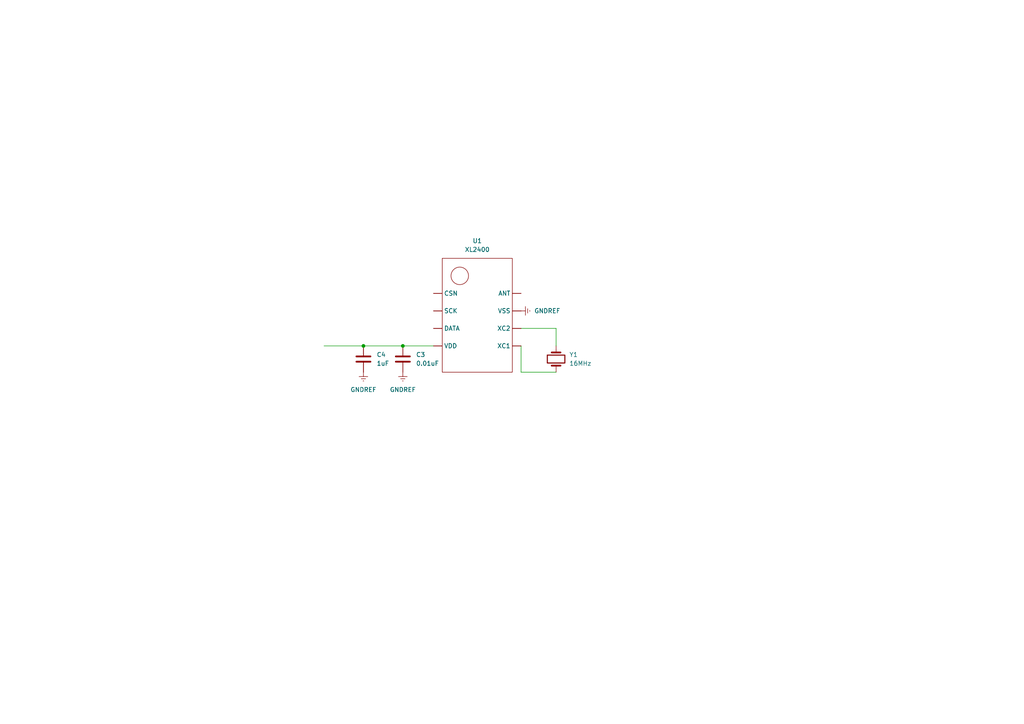
<source format=kicad_sch>
(kicad_sch (version 20211123) (generator eeschema)

  (uuid 39fc9e0e-3719-4fb8-91ee-e9d6d9eb19be)

  (paper "A4")

  (lib_symbols
    (symbol "Device:C" (pin_numbers hide) (pin_names (offset 0.254)) (in_bom yes) (on_board yes)
      (property "Reference" "C" (id 0) (at 0.635 2.54 0)
        (effects (font (size 1.27 1.27)) (justify left))
      )
      (property "Value" "C" (id 1) (at 0.635 -2.54 0)
        (effects (font (size 1.27 1.27)) (justify left))
      )
      (property "Footprint" "" (id 2) (at 0.9652 -3.81 0)
        (effects (font (size 1.27 1.27)) hide)
      )
      (property "Datasheet" "~" (id 3) (at 0 0 0)
        (effects (font (size 1.27 1.27)) hide)
      )
      (property "ki_keywords" "cap capacitor" (id 4) (at 0 0 0)
        (effects (font (size 1.27 1.27)) hide)
      )
      (property "ki_description" "Unpolarized capacitor" (id 5) (at 0 0 0)
        (effects (font (size 1.27 1.27)) hide)
      )
      (property "ki_fp_filters" "C_*" (id 6) (at 0 0 0)
        (effects (font (size 1.27 1.27)) hide)
      )
      (symbol "C_0_1"
        (polyline
          (pts
            (xy -2.032 -0.762)
            (xy 2.032 -0.762)
          )
          (stroke (width 0.508) (type default) (color 0 0 0 0))
          (fill (type none))
        )
        (polyline
          (pts
            (xy -2.032 0.762)
            (xy 2.032 0.762)
          )
          (stroke (width 0.508) (type default) (color 0 0 0 0))
          (fill (type none))
        )
      )
      (symbol "C_1_1"
        (pin passive line (at 0 3.81 270) (length 2.794)
          (name "~" (effects (font (size 1.27 1.27))))
          (number "1" (effects (font (size 1.27 1.27))))
        )
        (pin passive line (at 0 -3.81 90) (length 2.794)
          (name "~" (effects (font (size 1.27 1.27))))
          (number "2" (effects (font (size 1.27 1.27))))
        )
      )
    )
    (symbol "Device:Crystal" (pin_numbers hide) (pin_names (offset 1.016) hide) (in_bom yes) (on_board yes)
      (property "Reference" "Y" (id 0) (at 0 3.81 0)
        (effects (font (size 1.27 1.27)))
      )
      (property "Value" "Crystal" (id 1) (at 0 -3.81 0)
        (effects (font (size 1.27 1.27)))
      )
      (property "Footprint" "" (id 2) (at 0 0 0)
        (effects (font (size 1.27 1.27)) hide)
      )
      (property "Datasheet" "~" (id 3) (at 0 0 0)
        (effects (font (size 1.27 1.27)) hide)
      )
      (property "ki_keywords" "quartz ceramic resonator oscillator" (id 4) (at 0 0 0)
        (effects (font (size 1.27 1.27)) hide)
      )
      (property "ki_description" "Two pin crystal" (id 5) (at 0 0 0)
        (effects (font (size 1.27 1.27)) hide)
      )
      (property "ki_fp_filters" "Crystal*" (id 6) (at 0 0 0)
        (effects (font (size 1.27 1.27)) hide)
      )
      (symbol "Crystal_0_1"
        (rectangle (start -1.143 2.54) (end 1.143 -2.54)
          (stroke (width 0.3048) (type default) (color 0 0 0 0))
          (fill (type none))
        )
        (polyline
          (pts
            (xy -2.54 0)
            (xy -1.905 0)
          )
          (stroke (width 0) (type default) (color 0 0 0 0))
          (fill (type none))
        )
        (polyline
          (pts
            (xy -1.905 -1.27)
            (xy -1.905 1.27)
          )
          (stroke (width 0.508) (type default) (color 0 0 0 0))
          (fill (type none))
        )
        (polyline
          (pts
            (xy 1.905 -1.27)
            (xy 1.905 1.27)
          )
          (stroke (width 0.508) (type default) (color 0 0 0 0))
          (fill (type none))
        )
        (polyline
          (pts
            (xy 2.54 0)
            (xy 1.905 0)
          )
          (stroke (width 0) (type default) (color 0 0 0 0))
          (fill (type none))
        )
      )
      (symbol "Crystal_1_1"
        (pin passive line (at -3.81 0 0) (length 1.27)
          (name "1" (effects (font (size 1.27 1.27))))
          (number "1" (effects (font (size 1.27 1.27))))
        )
        (pin passive line (at 3.81 0 180) (length 1.27)
          (name "2" (effects (font (size 1.27 1.27))))
          (number "2" (effects (font (size 1.27 1.27))))
        )
      )
    )
    (symbol "exert:XL2400" (in_bom yes) (on_board yes)
      (property "Reference" "U" (id 0) (at 0 -17.78 0)
        (effects (font (size 1.27 1.27)))
      )
      (property "Value" "XL2400" (id 1) (at 0 -20.32 0)
        (effects (font (size 1.27 1.27)))
      )
      (property "Footprint" "" (id 2) (at 0 0 0)
        (effects (font (size 1.27 1.27)) hide)
      )
      (property "Datasheet" "" (id 3) (at 0 0 0)
        (effects (font (size 1.27 1.27)) hide)
      )
      (symbol "XL2400_0_1"
        (rectangle (start -10.16 17.78) (end 10.16 -15.24)
          (stroke (width 0) (type default) (color 0 0 0 0))
          (fill (type none))
        )
        (circle (center -5.08 12.7) (radius 2.54)
          (stroke (width 0) (type default) (color 0 0 0 0))
          (fill (type none))
        )
      )
      (symbol "XL2400_1_1"
        (pin input line (at 12.7 7.62 180) (length 2.54)
          (name "ANT" (effects (font (size 1.27 1.27))))
          (number "" (effects (font (size 1.27 1.27))))
        )
        (pin input line (at -12.7 7.62 0) (length 2.54)
          (name "CSN" (effects (font (size 1.27 1.27))))
          (number "" (effects (font (size 1.27 1.27))))
        )
        (pin input line (at -12.7 -2.54 0) (length 2.54)
          (name "DATA" (effects (font (size 1.27 1.27))))
          (number "" (effects (font (size 1.27 1.27))))
        )
        (pin input line (at -12.7 2.54 0) (length 2.54)
          (name "SCK" (effects (font (size 1.27 1.27))))
          (number "" (effects (font (size 1.27 1.27))))
        )
        (pin input line (at -12.7 -7.62 0) (length 2.54)
          (name "VDD" (effects (font (size 1.27 1.27))))
          (number "" (effects (font (size 1.27 1.27))))
        )
        (pin input line (at 12.7 2.54 180) (length 2.54)
          (name "VSS" (effects (font (size 1.27 1.27))))
          (number "" (effects (font (size 1.27 1.27))))
        )
        (pin input line (at 12.7 -7.62 180) (length 2.54)
          (name "XC1" (effects (font (size 1.27 1.27))))
          (number "" (effects (font (size 1.27 1.27))))
        )
        (pin input line (at 12.7 -2.54 180) (length 2.54)
          (name "XC2" (effects (font (size 1.27 1.27))))
          (number "" (effects (font (size 1.27 1.27))))
        )
      )
    )
    (symbol "power:GNDREF" (power) (pin_names (offset 0)) (in_bom yes) (on_board yes)
      (property "Reference" "#PWR" (id 0) (at 0 -6.35 0)
        (effects (font (size 1.27 1.27)) hide)
      )
      (property "Value" "GNDREF" (id 1) (at 0 -3.81 0)
        (effects (font (size 1.27 1.27)))
      )
      (property "Footprint" "" (id 2) (at 0 0 0)
        (effects (font (size 1.27 1.27)) hide)
      )
      (property "Datasheet" "" (id 3) (at 0 0 0)
        (effects (font (size 1.27 1.27)) hide)
      )
      (property "ki_keywords" "global power" (id 4) (at 0 0 0)
        (effects (font (size 1.27 1.27)) hide)
      )
      (property "ki_description" "Power symbol creates a global label with name \"GNDREF\" , reference supply ground" (id 5) (at 0 0 0)
        (effects (font (size 1.27 1.27)) hide)
      )
      (symbol "GNDREF_0_1"
        (polyline
          (pts
            (xy -0.635 -1.905)
            (xy 0.635 -1.905)
          )
          (stroke (width 0) (type default) (color 0 0 0 0))
          (fill (type none))
        )
        (polyline
          (pts
            (xy -0.127 -2.54)
            (xy 0.127 -2.54)
          )
          (stroke (width 0) (type default) (color 0 0 0 0))
          (fill (type none))
        )
        (polyline
          (pts
            (xy 0 -1.27)
            (xy 0 0)
          )
          (stroke (width 0) (type default) (color 0 0 0 0))
          (fill (type none))
        )
        (polyline
          (pts
            (xy 1.27 -1.27)
            (xy -1.27 -1.27)
          )
          (stroke (width 0) (type default) (color 0 0 0 0))
          (fill (type none))
        )
      )
      (symbol "GNDREF_1_1"
        (pin power_in line (at 0 0 270) (length 0) hide
          (name "GNDREF" (effects (font (size 1.27 1.27))))
          (number "1" (effects (font (size 1.27 1.27))))
        )
      )
    )
  )

  (junction (at 105.41 100.33) (diameter 0) (color 0 0 0 0)
    (uuid 534319a2-3b28-4cb2-ae07-d6940ab70a56)
  )
  (junction (at 116.84 100.33) (diameter 0) (color 0 0 0 0)
    (uuid 5c9711e7-ba7f-4796-8b55-f34ab1465f4a)
  )

  (wire (pts (xy 161.29 95.25) (xy 161.29 100.33))
    (stroke (width 0) (type default) (color 0 0 0 0))
    (uuid 33b63381-1aa7-4962-8343-bec51c542961)
  )
  (wire (pts (xy 93.98 100.33) (xy 105.41 100.33))
    (stroke (width 0) (type default) (color 0 0 0 0))
    (uuid 77fe6bed-6809-4bf6-a8e7-26bc21287a01)
  )
  (wire (pts (xy 116.84 100.33) (xy 125.73 100.33))
    (stroke (width 0) (type default) (color 0 0 0 0))
    (uuid cf8c541b-3972-4cf8-8816-36e5e1577a55)
  )
  (wire (pts (xy 151.13 107.95) (xy 161.29 107.95))
    (stroke (width 0) (type default) (color 0 0 0 0))
    (uuid d7c7a33e-dfbc-4e0a-9f9f-4ca97dcc0257)
  )
  (wire (pts (xy 151.13 100.33) (xy 151.13 107.95))
    (stroke (width 0) (type default) (color 0 0 0 0))
    (uuid d9a300b8-bc80-42d7-8815-0ebc0c672667)
  )
  (wire (pts (xy 151.13 95.25) (xy 161.29 95.25))
    (stroke (width 0) (type default) (color 0 0 0 0))
    (uuid f4963cdd-1d4b-4177-b6f3-89d22327a303)
  )
  (wire (pts (xy 105.41 100.33) (xy 116.84 100.33))
    (stroke (width 0) (type default) (color 0 0 0 0))
    (uuid fc478558-dd94-47da-b1d3-b5c54a3ff663)
  )

  (symbol (lib_id "Device:C") (at 105.41 104.14 0) (unit 1)
    (in_bom yes) (on_board yes) (fields_autoplaced)
    (uuid 0aeffb83-58c6-4bec-b2eb-6e4e8d1001de)
    (property "Reference" "C4" (id 0) (at 109.22 102.8699 0)
      (effects (font (size 1.27 1.27)) (justify left))
    )
    (property "Value" "1uF" (id 1) (at 109.22 105.4099 0)
      (effects (font (size 1.27 1.27)) (justify left))
    )
    (property "Footprint" "" (id 2) (at 106.3752 107.95 0)
      (effects (font (size 1.27 1.27)) hide)
    )
    (property "Datasheet" "~" (id 3) (at 105.41 104.14 0)
      (effects (font (size 1.27 1.27)) hide)
    )
    (pin "1" (uuid b8ae335d-ab7c-4b16-868f-f747db3ffa80))
    (pin "2" (uuid 5e180e4b-592c-47ec-b212-e28f2c5de416))
  )

  (symbol (lib_id "exert:XL2400") (at 138.43 92.71 0) (unit 1)
    (in_bom yes) (on_board yes) (fields_autoplaced)
    (uuid 3a6fe39c-f7e5-4638-9914-4a68abfc0213)
    (property "Reference" "U1" (id 0) (at 138.43 69.85 0))
    (property "Value" "XL2400" (id 1) (at 138.43 72.39 0))
    (property "Footprint" "" (id 2) (at 138.43 92.71 0)
      (effects (font (size 1.27 1.27)) hide)
    )
    (property "Datasheet" "" (id 3) (at 138.43 92.71 0)
      (effects (font (size 1.27 1.27)) hide)
    )
    (pin "" (uuid daddb6a1-cc66-4bfe-8377-8352cb518940))
    (pin "" (uuid 72817d3e-db58-44eb-aabf-6644fdc94295))
    (pin "" (uuid b34ed6fb-7308-4b45-913d-ffa9cf655d5f))
    (pin "" (uuid f5fee70c-728a-48e4-8150-84abfe0dafbd))
    (pin "" (uuid 2c8ca25e-fe3d-49e6-8acd-6af9490af3fb))
    (pin "" (uuid 6745349b-c652-4cfc-9bb8-e302bb982ea7))
    (pin "" (uuid eaa8f8a9-1d20-49a8-abee-be89c9dc0261))
    (pin "" (uuid 6e6f07cf-36a6-43e4-8474-4dd7a7722a8b))
  )

  (symbol (lib_id "Device:C") (at 116.84 104.14 0) (unit 1)
    (in_bom yes) (on_board yes) (fields_autoplaced)
    (uuid 73e76a2d-b0bd-41f5-ac82-3a6b119c9f0c)
    (property "Reference" "C3" (id 0) (at 120.65 102.8699 0)
      (effects (font (size 1.27 1.27)) (justify left))
    )
    (property "Value" "0.01uF" (id 1) (at 120.65 105.4099 0)
      (effects (font (size 1.27 1.27)) (justify left))
    )
    (property "Footprint" "" (id 2) (at 117.8052 107.95 0)
      (effects (font (size 1.27 1.27)) hide)
    )
    (property "Datasheet" "~" (id 3) (at 116.84 104.14 0)
      (effects (font (size 1.27 1.27)) hide)
    )
    (pin "1" (uuid 96eed3f6-e77e-4a7a-959a-d617b9d39470))
    (pin "2" (uuid d7b75901-eeb8-43e6-a305-4aaf1f48e44e))
  )

  (symbol (lib_id "power:GNDREF") (at 105.41 107.95 0) (unit 1)
    (in_bom yes) (on_board yes) (fields_autoplaced)
    (uuid 8d9c268d-7f86-494f-ae01-7645d6245c8f)
    (property "Reference" "#PWR0101" (id 0) (at 105.41 114.3 0)
      (effects (font (size 1.27 1.27)) hide)
    )
    (property "Value" "GNDREF" (id 1) (at 105.41 113.03 0))
    (property "Footprint" "" (id 2) (at 105.41 107.95 0)
      (effects (font (size 1.27 1.27)) hide)
    )
    (property "Datasheet" "" (id 3) (at 105.41 107.95 0)
      (effects (font (size 1.27 1.27)) hide)
    )
    (pin "1" (uuid f4f67759-bb45-400b-972f-ce746cf6c116))
  )

  (symbol (lib_id "Device:Crystal") (at 161.29 104.14 270) (unit 1)
    (in_bom yes) (on_board yes) (fields_autoplaced)
    (uuid ae02e264-f593-4604-82d8-8b64a691f42b)
    (property "Reference" "Y1" (id 0) (at 165.1 102.8699 90)
      (effects (font (size 1.27 1.27)) (justify left))
    )
    (property "Value" "16MHz" (id 1) (at 165.1 105.4099 90)
      (effects (font (size 1.27 1.27)) (justify left))
    )
    (property "Footprint" "" (id 2) (at 161.29 104.14 0)
      (effects (font (size 1.27 1.27)) hide)
    )
    (property "Datasheet" "~" (id 3) (at 161.29 104.14 0)
      (effects (font (size 1.27 1.27)) hide)
    )
    (pin "1" (uuid fd30c8b7-2c7b-480e-b18a-ffcdabfd806b))
    (pin "2" (uuid 67f03b1b-d127-43b2-8370-c5885c3a1bf6))
  )

  (symbol (lib_id "power:GNDREF") (at 116.84 107.95 0) (unit 1)
    (in_bom yes) (on_board yes) (fields_autoplaced)
    (uuid ccb328c7-3465-4af8-93a5-18f9339bce28)
    (property "Reference" "#PWR0102" (id 0) (at 116.84 114.3 0)
      (effects (font (size 1.27 1.27)) hide)
    )
    (property "Value" "GNDREF" (id 1) (at 116.84 113.03 0))
    (property "Footprint" "" (id 2) (at 116.84 107.95 0)
      (effects (font (size 1.27 1.27)) hide)
    )
    (property "Datasheet" "" (id 3) (at 116.84 107.95 0)
      (effects (font (size 1.27 1.27)) hide)
    )
    (pin "1" (uuid fe64c215-0902-4ada-81a1-1c15b6dee64e))
  )

  (symbol (lib_id "power:GNDREF") (at 151.13 90.17 90) (unit 1)
    (in_bom yes) (on_board yes) (fields_autoplaced)
    (uuid d1de769d-21c4-4631-a11f-bd27922df97d)
    (property "Reference" "#PWR0103" (id 0) (at 157.48 90.17 0)
      (effects (font (size 1.27 1.27)) hide)
    )
    (property "Value" "GNDREF" (id 1) (at 154.94 90.1699 90)
      (effects (font (size 1.27 1.27)) (justify right))
    )
    (property "Footprint" "" (id 2) (at 151.13 90.17 0)
      (effects (font (size 1.27 1.27)) hide)
    )
    (property "Datasheet" "" (id 3) (at 151.13 90.17 0)
      (effects (font (size 1.27 1.27)) hide)
    )
    (pin "1" (uuid caadfdaa-cbad-47df-a9ca-cd8171524837))
  )

  (sheet_instances
    (path "/" (page "1"))
  )

  (symbol_instances
    (path "/8d9c268d-7f86-494f-ae01-7645d6245c8f"
      (reference "#PWR0101") (unit 1) (value "GNDREF") (footprint "")
    )
    (path "/ccb328c7-3465-4af8-93a5-18f9339bce28"
      (reference "#PWR0102") (unit 1) (value "GNDREF") (footprint "")
    )
    (path "/d1de769d-21c4-4631-a11f-bd27922df97d"
      (reference "#PWR0103") (unit 1) (value "GNDREF") (footprint "")
    )
    (path "/73e76a2d-b0bd-41f5-ac82-3a6b119c9f0c"
      (reference "C3") (unit 1) (value "0.01uF") (footprint "")
    )
    (path "/0aeffb83-58c6-4bec-b2eb-6e4e8d1001de"
      (reference "C4") (unit 1) (value "1uF") (footprint "")
    )
    (path "/3a6fe39c-f7e5-4638-9914-4a68abfc0213"
      (reference "U1") (unit 1) (value "XL2400") (footprint "")
    )
    (path "/ae02e264-f593-4604-82d8-8b64a691f42b"
      (reference "Y1") (unit 1) (value "16MHz") (footprint "")
    )
  )
)

</source>
